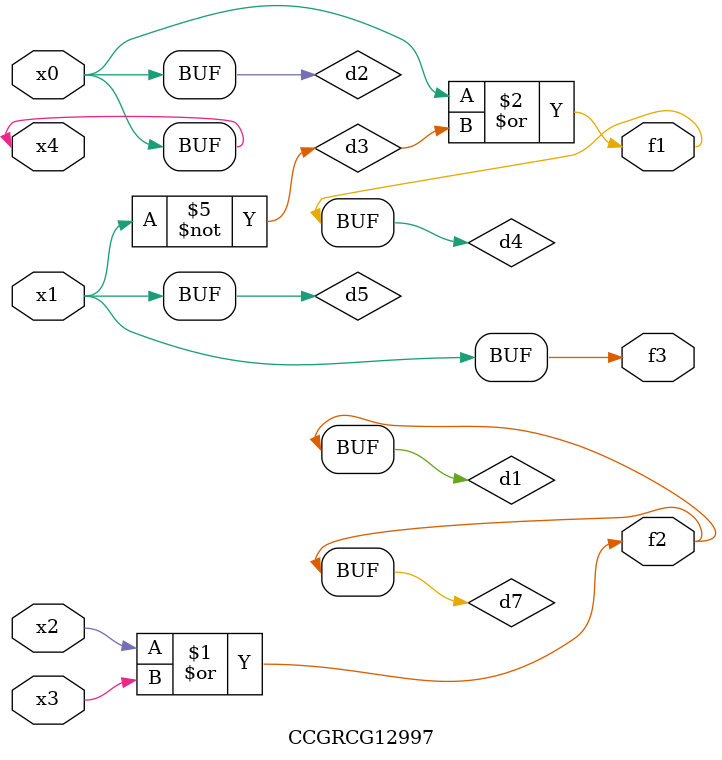
<source format=v>
module CCGRCG12997(
	input x0, x1, x2, x3, x4,
	output f1, f2, f3
);

	wire d1, d2, d3, d4, d5, d6, d7;

	or (d1, x2, x3);
	buf (d2, x0, x4);
	not (d3, x1);
	or (d4, d2, d3);
	not (d5, d3);
	nand (d6, d1, d3);
	or (d7, d1);
	assign f1 = d4;
	assign f2 = d7;
	assign f3 = d5;
endmodule

</source>
